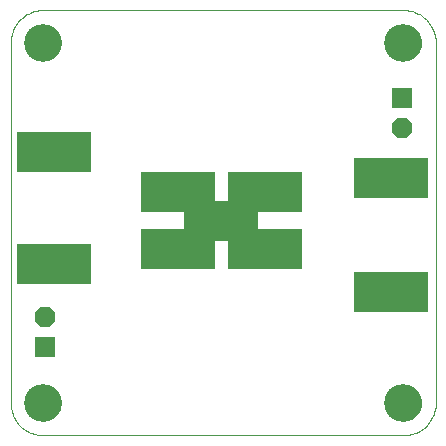
<source format=gbs>
G75*
%MOIN*%
%OFA0B0*%
%FSLAX24Y24*%
%IPPOS*%
%LPD*%
%AMOC8*
5,1,8,0,0,1.08239X$1,22.5*
%
%ADD10C,0.0000*%
%ADD11C,0.1261*%
%ADD12R,0.2510X0.1378*%
%ADD13R,0.0680X0.0680*%
%ADD14OC8,0.0680*%
D10*
X005626Y001648D02*
X005626Y013656D01*
X006118Y013656D02*
X006120Y013704D01*
X006126Y013752D01*
X006136Y013799D01*
X006149Y013845D01*
X006167Y013890D01*
X006187Y013934D01*
X006212Y013976D01*
X006240Y014015D01*
X006270Y014052D01*
X006304Y014086D01*
X006341Y014118D01*
X006379Y014147D01*
X006420Y014172D01*
X006463Y014194D01*
X006508Y014212D01*
X006554Y014226D01*
X006601Y014237D01*
X006649Y014244D01*
X006697Y014247D01*
X006745Y014246D01*
X006793Y014241D01*
X006841Y014232D01*
X006887Y014220D01*
X006932Y014203D01*
X006976Y014183D01*
X007018Y014160D01*
X007058Y014133D01*
X007096Y014103D01*
X007131Y014070D01*
X007163Y014034D01*
X007193Y013996D01*
X007219Y013955D01*
X007241Y013912D01*
X007261Y013868D01*
X007276Y013823D01*
X007288Y013776D01*
X007296Y013728D01*
X007300Y013680D01*
X007300Y013632D01*
X007296Y013584D01*
X007288Y013536D01*
X007276Y013489D01*
X007261Y013444D01*
X007241Y013400D01*
X007219Y013357D01*
X007193Y013316D01*
X007163Y013278D01*
X007131Y013242D01*
X007096Y013209D01*
X007058Y013179D01*
X007018Y013152D01*
X006976Y013129D01*
X006932Y013109D01*
X006887Y013092D01*
X006841Y013080D01*
X006793Y013071D01*
X006745Y013066D01*
X006697Y013065D01*
X006649Y013068D01*
X006601Y013075D01*
X006554Y013086D01*
X006508Y013100D01*
X006463Y013118D01*
X006420Y013140D01*
X006379Y013165D01*
X006341Y013194D01*
X006304Y013226D01*
X006270Y013260D01*
X006240Y013297D01*
X006212Y013336D01*
X006187Y013378D01*
X006167Y013422D01*
X006149Y013467D01*
X006136Y013513D01*
X006126Y013560D01*
X006120Y013608D01*
X006118Y013656D01*
X005626Y013656D02*
X005628Y013719D01*
X005633Y013782D01*
X005642Y013844D01*
X005655Y013906D01*
X005671Y013967D01*
X005691Y014026D01*
X005715Y014085D01*
X005741Y014142D01*
X005771Y014198D01*
X005804Y014251D01*
X005840Y014303D01*
X005879Y014352D01*
X005921Y014399D01*
X005966Y014444D01*
X006013Y014486D01*
X006062Y014525D01*
X006114Y014561D01*
X006168Y014594D01*
X006223Y014624D01*
X006280Y014650D01*
X006339Y014674D01*
X006398Y014694D01*
X006459Y014710D01*
X006521Y014723D01*
X006583Y014732D01*
X006646Y014737D01*
X006709Y014739D01*
X018716Y014739D01*
X018125Y013656D02*
X018127Y013704D01*
X018133Y013752D01*
X018143Y013799D01*
X018156Y013845D01*
X018174Y013890D01*
X018194Y013934D01*
X018219Y013976D01*
X018247Y014015D01*
X018277Y014052D01*
X018311Y014086D01*
X018348Y014118D01*
X018386Y014147D01*
X018427Y014172D01*
X018470Y014194D01*
X018515Y014212D01*
X018561Y014226D01*
X018608Y014237D01*
X018656Y014244D01*
X018704Y014247D01*
X018752Y014246D01*
X018800Y014241D01*
X018848Y014232D01*
X018894Y014220D01*
X018939Y014203D01*
X018983Y014183D01*
X019025Y014160D01*
X019065Y014133D01*
X019103Y014103D01*
X019138Y014070D01*
X019170Y014034D01*
X019200Y013996D01*
X019226Y013955D01*
X019248Y013912D01*
X019268Y013868D01*
X019283Y013823D01*
X019295Y013776D01*
X019303Y013728D01*
X019307Y013680D01*
X019307Y013632D01*
X019303Y013584D01*
X019295Y013536D01*
X019283Y013489D01*
X019268Y013444D01*
X019248Y013400D01*
X019226Y013357D01*
X019200Y013316D01*
X019170Y013278D01*
X019138Y013242D01*
X019103Y013209D01*
X019065Y013179D01*
X019025Y013152D01*
X018983Y013129D01*
X018939Y013109D01*
X018894Y013092D01*
X018848Y013080D01*
X018800Y013071D01*
X018752Y013066D01*
X018704Y013065D01*
X018656Y013068D01*
X018608Y013075D01*
X018561Y013086D01*
X018515Y013100D01*
X018470Y013118D01*
X018427Y013140D01*
X018386Y013165D01*
X018348Y013194D01*
X018311Y013226D01*
X018277Y013260D01*
X018247Y013297D01*
X018219Y013336D01*
X018194Y013378D01*
X018174Y013422D01*
X018156Y013467D01*
X018143Y013513D01*
X018133Y013560D01*
X018127Y013608D01*
X018125Y013656D01*
X018716Y014739D02*
X018779Y014737D01*
X018842Y014732D01*
X018904Y014723D01*
X018966Y014710D01*
X019027Y014694D01*
X019086Y014674D01*
X019145Y014650D01*
X019202Y014624D01*
X019258Y014594D01*
X019311Y014561D01*
X019363Y014525D01*
X019412Y014486D01*
X019459Y014444D01*
X019504Y014399D01*
X019546Y014352D01*
X019585Y014303D01*
X019621Y014251D01*
X019654Y014198D01*
X019684Y014142D01*
X019710Y014085D01*
X019734Y014026D01*
X019754Y013967D01*
X019770Y013906D01*
X019783Y013844D01*
X019792Y013782D01*
X019797Y013719D01*
X019799Y013656D01*
X019799Y001648D01*
X018125Y001648D02*
X018127Y001696D01*
X018133Y001744D01*
X018143Y001791D01*
X018156Y001837D01*
X018174Y001882D01*
X018194Y001926D01*
X018219Y001968D01*
X018247Y002007D01*
X018277Y002044D01*
X018311Y002078D01*
X018348Y002110D01*
X018386Y002139D01*
X018427Y002164D01*
X018470Y002186D01*
X018515Y002204D01*
X018561Y002218D01*
X018608Y002229D01*
X018656Y002236D01*
X018704Y002239D01*
X018752Y002238D01*
X018800Y002233D01*
X018848Y002224D01*
X018894Y002212D01*
X018939Y002195D01*
X018983Y002175D01*
X019025Y002152D01*
X019065Y002125D01*
X019103Y002095D01*
X019138Y002062D01*
X019170Y002026D01*
X019200Y001988D01*
X019226Y001947D01*
X019248Y001904D01*
X019268Y001860D01*
X019283Y001815D01*
X019295Y001768D01*
X019303Y001720D01*
X019307Y001672D01*
X019307Y001624D01*
X019303Y001576D01*
X019295Y001528D01*
X019283Y001481D01*
X019268Y001436D01*
X019248Y001392D01*
X019226Y001349D01*
X019200Y001308D01*
X019170Y001270D01*
X019138Y001234D01*
X019103Y001201D01*
X019065Y001171D01*
X019025Y001144D01*
X018983Y001121D01*
X018939Y001101D01*
X018894Y001084D01*
X018848Y001072D01*
X018800Y001063D01*
X018752Y001058D01*
X018704Y001057D01*
X018656Y001060D01*
X018608Y001067D01*
X018561Y001078D01*
X018515Y001092D01*
X018470Y001110D01*
X018427Y001132D01*
X018386Y001157D01*
X018348Y001186D01*
X018311Y001218D01*
X018277Y001252D01*
X018247Y001289D01*
X018219Y001328D01*
X018194Y001370D01*
X018174Y001414D01*
X018156Y001459D01*
X018143Y001505D01*
X018133Y001552D01*
X018127Y001600D01*
X018125Y001648D01*
X018716Y000565D02*
X018779Y000567D01*
X018842Y000572D01*
X018904Y000581D01*
X018966Y000594D01*
X019027Y000610D01*
X019086Y000630D01*
X019145Y000654D01*
X019202Y000680D01*
X019258Y000710D01*
X019311Y000743D01*
X019363Y000779D01*
X019412Y000818D01*
X019459Y000860D01*
X019504Y000905D01*
X019546Y000952D01*
X019585Y001001D01*
X019621Y001053D01*
X019654Y001107D01*
X019684Y001162D01*
X019710Y001219D01*
X019734Y001278D01*
X019754Y001337D01*
X019770Y001398D01*
X019783Y001460D01*
X019792Y001522D01*
X019797Y001585D01*
X019799Y001648D01*
X018716Y000566D02*
X006709Y000566D01*
X006118Y001648D02*
X006120Y001696D01*
X006126Y001744D01*
X006136Y001791D01*
X006149Y001837D01*
X006167Y001882D01*
X006187Y001926D01*
X006212Y001968D01*
X006240Y002007D01*
X006270Y002044D01*
X006304Y002078D01*
X006341Y002110D01*
X006379Y002139D01*
X006420Y002164D01*
X006463Y002186D01*
X006508Y002204D01*
X006554Y002218D01*
X006601Y002229D01*
X006649Y002236D01*
X006697Y002239D01*
X006745Y002238D01*
X006793Y002233D01*
X006841Y002224D01*
X006887Y002212D01*
X006932Y002195D01*
X006976Y002175D01*
X007018Y002152D01*
X007058Y002125D01*
X007096Y002095D01*
X007131Y002062D01*
X007163Y002026D01*
X007193Y001988D01*
X007219Y001947D01*
X007241Y001904D01*
X007261Y001860D01*
X007276Y001815D01*
X007288Y001768D01*
X007296Y001720D01*
X007300Y001672D01*
X007300Y001624D01*
X007296Y001576D01*
X007288Y001528D01*
X007276Y001481D01*
X007261Y001436D01*
X007241Y001392D01*
X007219Y001349D01*
X007193Y001308D01*
X007163Y001270D01*
X007131Y001234D01*
X007096Y001201D01*
X007058Y001171D01*
X007018Y001144D01*
X006976Y001121D01*
X006932Y001101D01*
X006887Y001084D01*
X006841Y001072D01*
X006793Y001063D01*
X006745Y001058D01*
X006697Y001057D01*
X006649Y001060D01*
X006601Y001067D01*
X006554Y001078D01*
X006508Y001092D01*
X006463Y001110D01*
X006420Y001132D01*
X006379Y001157D01*
X006341Y001186D01*
X006304Y001218D01*
X006270Y001252D01*
X006240Y001289D01*
X006212Y001328D01*
X006187Y001370D01*
X006167Y001414D01*
X006149Y001459D01*
X006136Y001505D01*
X006126Y001552D01*
X006120Y001600D01*
X006118Y001648D01*
X005626Y001648D02*
X005628Y001585D01*
X005633Y001522D01*
X005642Y001460D01*
X005655Y001398D01*
X005671Y001337D01*
X005691Y001278D01*
X005715Y001219D01*
X005741Y001162D01*
X005771Y001107D01*
X005804Y001053D01*
X005840Y001001D01*
X005879Y000952D01*
X005921Y000905D01*
X005966Y000860D01*
X006013Y000818D01*
X006062Y000779D01*
X006114Y000743D01*
X006167Y000710D01*
X006223Y000680D01*
X006280Y000654D01*
X006339Y000630D01*
X006398Y000610D01*
X006459Y000594D01*
X006521Y000581D01*
X006583Y000572D01*
X006646Y000567D01*
X006709Y000565D01*
D11*
X006709Y001648D03*
X018716Y001648D03*
X018716Y013656D03*
X006709Y013656D03*
D12*
X007078Y010015D03*
X011211Y008686D03*
X012639Y007702D03*
X011211Y006767D03*
X014115Y006767D03*
X014115Y008686D03*
X018298Y009129D03*
X018298Y005339D03*
X007078Y006274D03*
D13*
X006758Y003511D03*
X018667Y011794D03*
D14*
X018667Y010794D03*
X006758Y004511D03*
M02*

</source>
